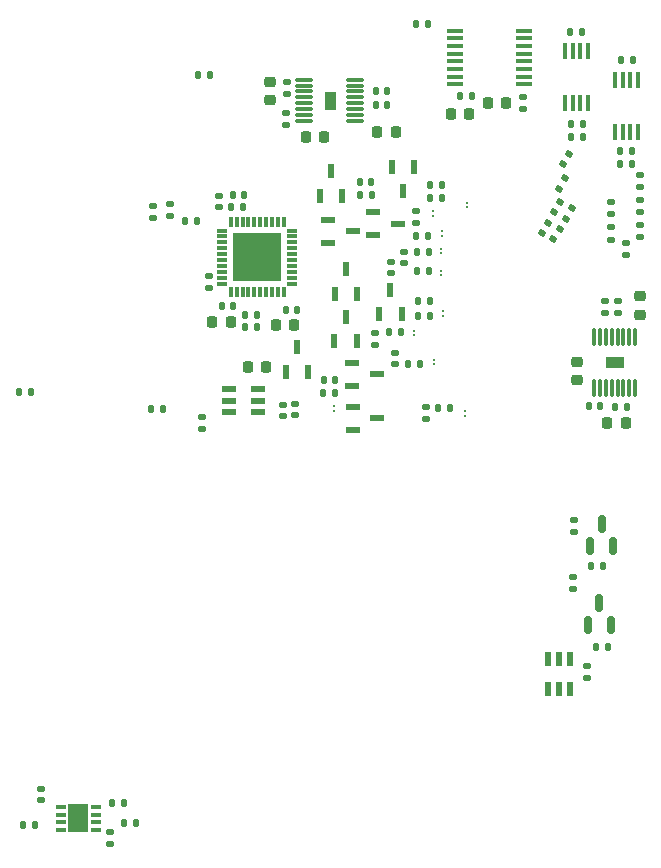
<source format=gbp>
G04 #@! TF.GenerationSoftware,KiCad,Pcbnew,8.0.7*
G04 #@! TF.CreationDate,2025-04-08T18:23:23-04:00*
G04 #@! TF.ProjectId,accessory_v4,61636365-7373-46f7-9279-5f76342e6b69,rev?*
G04 #@! TF.SameCoordinates,Original*
G04 #@! TF.FileFunction,Paste,Bot*
G04 #@! TF.FilePolarity,Positive*
%FSLAX46Y46*%
G04 Gerber Fmt 4.6, Leading zero omitted, Abs format (unit mm)*
G04 Created by KiCad (PCBNEW 8.0.7) date 2025-04-08 18:23:23*
%MOMM*%
%LPD*%
G01*
G04 APERTURE LIST*
G04 Aperture macros list*
%AMRoundRect*
0 Rectangle with rounded corners*
0 $1 Rounding radius*
0 $2 $3 $4 $5 $6 $7 $8 $9 X,Y pos of 4 corners*
0 Add a 4 corners polygon primitive as box body*
4,1,4,$2,$3,$4,$5,$6,$7,$8,$9,$2,$3,0*
0 Add four circle primitives for the rounded corners*
1,1,$1+$1,$2,$3*
1,1,$1+$1,$4,$5*
1,1,$1+$1,$6,$7*
1,1,$1+$1,$8,$9*
0 Add four rect primitives between the rounded corners*
20,1,$1+$1,$2,$3,$4,$5,0*
20,1,$1+$1,$4,$5,$6,$7,0*
20,1,$1+$1,$6,$7,$8,$9,0*
20,1,$1+$1,$8,$9,$2,$3,0*%
G04 Aperture macros list end*
%ADD10C,0.010000*%
%ADD11RoundRect,0.135000X0.092715X-0.209413X0.227715X0.024413X-0.092715X0.209413X-0.227715X-0.024413X0*%
%ADD12RoundRect,0.140000X0.170000X-0.140000X0.170000X0.140000X-0.170000X0.140000X-0.170000X-0.140000X0*%
%ADD13RoundRect,0.135000X-0.135000X-0.185000X0.135000X-0.185000X0.135000X0.185000X-0.135000X0.185000X0*%
%ADD14RoundRect,0.135000X0.185000X-0.135000X0.185000X0.135000X-0.185000X0.135000X-0.185000X-0.135000X0*%
%ADD15R,0.254000X0.152400*%
%ADD16RoundRect,0.140000X-0.140000X-0.170000X0.140000X-0.170000X0.140000X0.170000X-0.140000X0.170000X0*%
%ADD17RoundRect,0.035000X0.690000X0.105000X-0.690000X0.105000X-0.690000X-0.105000X0.690000X-0.105000X0*%
%ADD18R,1.250000X0.600000*%
%ADD19RoundRect,0.225000X-0.250000X0.225000X-0.250000X-0.225000X0.250000X-0.225000X0.250000X0.225000X0*%
%ADD20RoundRect,0.225000X0.225000X0.250000X-0.225000X0.250000X-0.225000X-0.250000X0.225000X-0.250000X0*%
%ADD21R,0.850000X0.350000*%
%ADD22R,1.700000X2.450000*%
%ADD23RoundRect,0.140000X0.140000X0.170000X-0.140000X0.170000X-0.140000X-0.170000X0.140000X-0.170000X0*%
%ADD24R,0.600000X1.250000*%
%ADD25RoundRect,0.135000X0.135000X0.185000X-0.135000X0.185000X-0.135000X-0.185000X0.135000X-0.185000X0*%
%ADD26R,1.200000X0.600000*%
%ADD27RoundRect,0.225000X-0.225000X-0.250000X0.225000X-0.250000X0.225000X0.250000X-0.225000X0.250000X0*%
%ADD28RoundRect,0.140000X-0.170000X0.140000X-0.170000X-0.140000X0.170000X-0.140000X0.170000X0.140000X0*%
%ADD29R,0.450000X1.400000*%
%ADD30R,1.475000X0.450000*%
%ADD31RoundRect,0.035000X-0.105000X0.690000X-0.105000X-0.690000X0.105000X-0.690000X0.105000X0.690000X0*%
%ADD32RoundRect,0.150000X0.150000X-0.587500X0.150000X0.587500X-0.150000X0.587500X-0.150000X-0.587500X0*%
%ADD33RoundRect,0.135000X-0.185000X0.135000X-0.185000X-0.135000X0.185000X-0.135000X0.185000X0.135000X0*%
%ADD34R,0.600000X1.200000*%
%ADD35R,0.300000X0.850000*%
%ADD36R,0.850000X0.300000*%
%ADD37R,4.050000X4.050000*%
G04 APERTURE END LIST*
D10*
X37413000Y-11721000D02*
X36587000Y-11721000D01*
X36587000Y-10299000D01*
X37413000Y-10299000D01*
X37413000Y-11721000D01*
G36*
X37413000Y-11721000D02*
G01*
X36587000Y-11721000D01*
X36587000Y-10299000D01*
X37413000Y-10299000D01*
X37413000Y-11721000D01*
G37*
X61821000Y-33613000D02*
X60399000Y-33613000D01*
X60399000Y-32787000D01*
X61821000Y-32787000D01*
X61821000Y-33613000D01*
G36*
X61821000Y-33613000D02*
G01*
X60399000Y-33613000D01*
X60399000Y-32787000D01*
X61821000Y-32787000D01*
X61821000Y-33613000D01*
G37*
D11*
X55985000Y-20501673D03*
X56495000Y-19618327D03*
D12*
X34050000Y-37690000D03*
X34050000Y-36730000D03*
X40792400Y-31696600D03*
X40792400Y-30736600D03*
D13*
X44321000Y-22479000D03*
X45341000Y-22479000D03*
D14*
X57565548Y-52427900D03*
X57565548Y-51407900D03*
D15*
X45694600Y-20802600D03*
X45694600Y-20421600D03*
X46431200Y-23977600D03*
X46431200Y-23596600D03*
X48615600Y-19697700D03*
X48615600Y-20078700D03*
D16*
X58940000Y-36880000D03*
X59900000Y-36880000D03*
D17*
X39160000Y-9260000D03*
X39160000Y-9760000D03*
X39160000Y-10260000D03*
X39160000Y-10760000D03*
X39160000Y-11260000D03*
X39160000Y-11760000D03*
X39160000Y-12260000D03*
X39160000Y-12760000D03*
X34840000Y-12760000D03*
X34840000Y-12260000D03*
X34840000Y-11760000D03*
X34840000Y-11260000D03*
X34840000Y-10760000D03*
X34840000Y-10260000D03*
X34840000Y-9760000D03*
X34840000Y-9260000D03*
D18*
X38921000Y-38902600D03*
X38921000Y-36992600D03*
X41021000Y-37947600D03*
D13*
X44295600Y-4546600D03*
X45315600Y-4546600D03*
D19*
X63220000Y-27605000D03*
X63220000Y-29155000D03*
D20*
X36495000Y-14160000D03*
X34945000Y-14160000D03*
D15*
X46558200Y-28854400D03*
X46558200Y-29235400D03*
D21*
X17160000Y-70832500D03*
X17160000Y-71482500D03*
X17160000Y-72132500D03*
X17160000Y-72782500D03*
X14260000Y-72782500D03*
X14260000Y-72132500D03*
X14260000Y-71482500D03*
X14260000Y-70832500D03*
D22*
X15710000Y-71807500D03*
D14*
X60820000Y-22800000D03*
X60820000Y-21780000D03*
D16*
X44503400Y-27990800D03*
X45463400Y-27990800D03*
D14*
X22020000Y-21000000D03*
X22020000Y-19980000D03*
D23*
X41830000Y-10250000D03*
X40870000Y-10250000D03*
D24*
X35177400Y-34027800D03*
X33267400Y-34027800D03*
X34222400Y-31927800D03*
D25*
X19560000Y-70480000D03*
X18540000Y-70480000D03*
D16*
X61160000Y-36970000D03*
X62120000Y-36970000D03*
D12*
X33010000Y-37730000D03*
X33010000Y-36770000D03*
D16*
X29850000Y-30230000D03*
X30810000Y-30230000D03*
D25*
X11695000Y-35740000D03*
X10675000Y-35740000D03*
D24*
X43078400Y-29133800D03*
X41168400Y-29133800D03*
X42123400Y-27033800D03*
D13*
X41984200Y-30632400D03*
X43004200Y-30632400D03*
D26*
X30930000Y-35490000D03*
X30930000Y-36440000D03*
X30930000Y-37390000D03*
X28430000Y-37390000D03*
X28430000Y-36440000D03*
X28430000Y-35490000D03*
D27*
X41025000Y-13730000D03*
X42575000Y-13730000D03*
D13*
X36444400Y-35788600D03*
X37464400Y-35788600D03*
D12*
X44323000Y-21381600D03*
X44323000Y-20421600D03*
D14*
X62110000Y-24090000D03*
X62110000Y-23070000D03*
D24*
X39309000Y-27373000D03*
X37399000Y-27373000D03*
X38354000Y-25273000D03*
D15*
X45796200Y-32969200D03*
X45796200Y-33350200D03*
D23*
X12010000Y-72410000D03*
X11050000Y-72410000D03*
D28*
X60310000Y-28020000D03*
X60310000Y-28980000D03*
D25*
X58397200Y-14126400D03*
X57377200Y-14126400D03*
D14*
X26210000Y-38880000D03*
X26210000Y-37860000D03*
D29*
X63080000Y-13655000D03*
X62430000Y-13655000D03*
X61780000Y-13655000D03*
X61130000Y-13655000D03*
X61130000Y-9255000D03*
X61780000Y-9255000D03*
X62430000Y-9255000D03*
X63080000Y-9255000D03*
D20*
X48781000Y-12192000D03*
X47231000Y-12192000D03*
D11*
X55935000Y-22791673D03*
X56445000Y-21908327D03*
D14*
X63230800Y-18391000D03*
X63230800Y-17371000D03*
D18*
X36821400Y-23068200D03*
X36821400Y-21158200D03*
X38921400Y-22113200D03*
D28*
X43281600Y-23827800D03*
X43281600Y-24787800D03*
X12530000Y-69310000D03*
X12530000Y-70270000D03*
D13*
X44371800Y-23825200D03*
X45391800Y-23825200D03*
D23*
X41830000Y-11400000D03*
X40870000Y-11400000D03*
D13*
X44473400Y-29235400D03*
X45493400Y-29235400D03*
D15*
X46456600Y-22110700D03*
X46456600Y-22491700D03*
D30*
X53458000Y-5105000D03*
X53458000Y-5755000D03*
X53458000Y-6405000D03*
X53458000Y-7055000D03*
X53458000Y-7705000D03*
X53458000Y-8355000D03*
X53458000Y-9005000D03*
X53458000Y-9655000D03*
X47582000Y-9655000D03*
X47582000Y-9005000D03*
X47582000Y-8355000D03*
X47582000Y-7705000D03*
X47582000Y-7055000D03*
X47582000Y-6405000D03*
X47582000Y-5755000D03*
X47582000Y-5105000D03*
D15*
X44094400Y-30924500D03*
X44094400Y-30543500D03*
D27*
X50375000Y-11220000D03*
X51925000Y-11220000D03*
D20*
X28605000Y-29810000D03*
X27055000Y-29810000D03*
D18*
X38870200Y-35168800D03*
X38870200Y-33258800D03*
X40970200Y-34213800D03*
D11*
X54980000Y-22243346D03*
X55490000Y-21360000D03*
D23*
X29620000Y-20060000D03*
X28660000Y-20060000D03*
D24*
X42225000Y-16628400D03*
X44135000Y-16628400D03*
X43180000Y-18728400D03*
D15*
X46431200Y-25819100D03*
X46431200Y-25438100D03*
D19*
X57920000Y-33175000D03*
X57920000Y-34725000D03*
D14*
X26746200Y-26900600D03*
X26746200Y-25880600D03*
D24*
X38069800Y-19098000D03*
X36159800Y-19098000D03*
X37114800Y-16998000D03*
D23*
X62633200Y-7619600D03*
X61673200Y-7619600D03*
D31*
X59360000Y-31040000D03*
X59860000Y-31040000D03*
X60360000Y-31040000D03*
X60860000Y-31040000D03*
X61360000Y-31040000D03*
X61860000Y-31040000D03*
X62360000Y-31040000D03*
X62860000Y-31040000D03*
X62860000Y-35360000D03*
X62360000Y-35360000D03*
X61860000Y-35360000D03*
X61360000Y-35360000D03*
X60860000Y-35360000D03*
X60360000Y-35360000D03*
X59860000Y-35360000D03*
X59360000Y-35360000D03*
D25*
X60111348Y-50472100D03*
X59091348Y-50472100D03*
D32*
X60955748Y-48768000D03*
X59055748Y-48768000D03*
X60005748Y-46893000D03*
D14*
X63230800Y-22607400D03*
X63230800Y-21587400D03*
D29*
X58861600Y-11267800D03*
X58211600Y-11267800D03*
X57561600Y-11267800D03*
X56911600Y-11267800D03*
X56911600Y-6867800D03*
X57561600Y-6867800D03*
X58211600Y-6867800D03*
X58861600Y-6867800D03*
D11*
X57025000Y-21031673D03*
X57535000Y-20148327D03*
D33*
X18420000Y-72970000D03*
X18420000Y-73990000D03*
D25*
X25730000Y-21200000D03*
X24710000Y-21200000D03*
X26890000Y-8850000D03*
X25870000Y-8850000D03*
D12*
X27640000Y-20080000D03*
X27640000Y-19120000D03*
D11*
X56765000Y-16441673D03*
X57275000Y-15558327D03*
D27*
X32455000Y-30030000D03*
X34005000Y-30030000D03*
D28*
X53365400Y-10774800D03*
X53365400Y-11734800D03*
X45135800Y-37010400D03*
X45135800Y-37970400D03*
D25*
X58422600Y-13059600D03*
X57402600Y-13059600D03*
X62564200Y-15315800D03*
X61544200Y-15315800D03*
D15*
X37388800Y-37290500D03*
X37388800Y-36909500D03*
D19*
X31970000Y-9425000D03*
X31970000Y-10975000D03*
D34*
X57350000Y-60820000D03*
X56400000Y-60820000D03*
X55450000Y-60820000D03*
X55450000Y-58320000D03*
X56400000Y-58320000D03*
X57350000Y-58320000D03*
D20*
X31595000Y-33580000D03*
X30045000Y-33580000D03*
D13*
X44344400Y-25501600D03*
X45364400Y-25501600D03*
D16*
X39519600Y-17952400D03*
X40479600Y-17952400D03*
D14*
X57655548Y-47557900D03*
X57655548Y-46537900D03*
X63230800Y-20473800D03*
X63230800Y-19453800D03*
D23*
X48994000Y-10668000D03*
X48034000Y-10668000D03*
D25*
X22887400Y-37185600D03*
X21867400Y-37185600D03*
D12*
X42545000Y-33350200D03*
X42545000Y-32390200D03*
D16*
X29850000Y-29190000D03*
X30810000Y-29190000D03*
D23*
X29740000Y-19010000D03*
X28780000Y-19010000D03*
D13*
X19570000Y-72240000D03*
X20590000Y-72240000D03*
D23*
X58321000Y-5216800D03*
X57361000Y-5216800D03*
D16*
X36474400Y-34671000D03*
X37434400Y-34671000D03*
D24*
X39293800Y-31419800D03*
X37383800Y-31419800D03*
X38338800Y-29319800D03*
D27*
X60505000Y-38360000D03*
X62055000Y-38360000D03*
D28*
X33370000Y-9500000D03*
X33370000Y-10460000D03*
D25*
X60566548Y-57304700D03*
X59546548Y-57304700D03*
D14*
X60845400Y-20641000D03*
X60845400Y-19621000D03*
D33*
X58730000Y-58930000D03*
X58730000Y-59950000D03*
D25*
X62589600Y-16408000D03*
X61569600Y-16408000D03*
D11*
X56375000Y-18481673D03*
X56885000Y-17598327D03*
D28*
X61380000Y-28030000D03*
X61380000Y-28990000D03*
D12*
X42189400Y-25626000D03*
X42189400Y-24666000D03*
D14*
X23430000Y-20790000D03*
X23430000Y-19770000D03*
D16*
X45496600Y-18161000D03*
X46456600Y-18161000D03*
D23*
X28840000Y-28450000D03*
X27880000Y-28450000D03*
D32*
X60777948Y-55422800D03*
X58877948Y-55422800D03*
X59827948Y-53547800D03*
D35*
X33110000Y-27240000D03*
X32610000Y-27240000D03*
X32110000Y-27240000D03*
X31610000Y-27240000D03*
X31110000Y-27240000D03*
X30610000Y-27240000D03*
X30110000Y-27240000D03*
X29610000Y-27240000D03*
X29110000Y-27240000D03*
X28610000Y-27240000D03*
D36*
X27910000Y-26540000D03*
X27910000Y-26040000D03*
X27910000Y-25540000D03*
X27910000Y-25040000D03*
X27910000Y-24540000D03*
X27910000Y-24040000D03*
X27910000Y-23540000D03*
X27910000Y-23040000D03*
X27910000Y-22540000D03*
X27910000Y-22040000D03*
D35*
X28610000Y-21340000D03*
X29110000Y-21340000D03*
X29610000Y-21340000D03*
X30110000Y-21340000D03*
X30610000Y-21340000D03*
X31110000Y-21340000D03*
X31610000Y-21340000D03*
X32110000Y-21340000D03*
X32610000Y-21340000D03*
X33110000Y-21340000D03*
D36*
X33810000Y-22040000D03*
X33810000Y-22540000D03*
X33810000Y-23040000D03*
X33810000Y-23540000D03*
X33810000Y-24040000D03*
X33810000Y-24540000D03*
X33810000Y-25040000D03*
X33810000Y-25540000D03*
X33810000Y-26040000D03*
X33810000Y-26540000D03*
D37*
X30860000Y-24290000D03*
D13*
X46149800Y-37084000D03*
X47169800Y-37084000D03*
D18*
X40673600Y-22418000D03*
X40673600Y-20508000D03*
X42773600Y-21463000D03*
D12*
X33310000Y-13070000D03*
X33310000Y-12110000D03*
D13*
X43635200Y-33299400D03*
X44655200Y-33299400D03*
X45512800Y-19278600D03*
X46532800Y-19278600D03*
X39525800Y-19021800D03*
X40545800Y-19021800D03*
D15*
X48437800Y-37719000D03*
X48437800Y-37338000D03*
D16*
X33280000Y-28750000D03*
X34240000Y-28750000D03*
M02*

</source>
